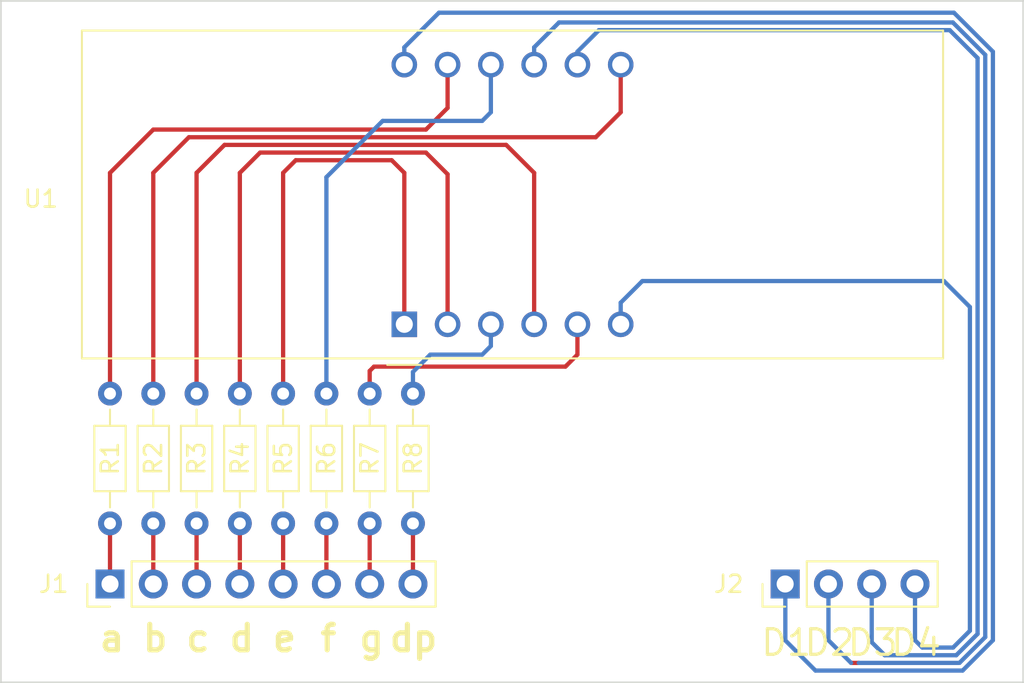
<source format=kicad_pcb>
(kicad_pcb (version 20221018) (generator pcbnew)
  (layers (0 "F.Cu" signal) (31 "B.Cu" signal) (34 "B.Paste" user) (35 "F.Paste" user) (36 "B.SilkS" user "B.Silkscreen") (37 "F.SilkS" user "F.Silkscreen") (38 "B.Mask" user) (39 "F.Mask" user) (44 "Edge.Cuts" user))
  (net 0 "")
  (net 1 "/Data0")
  (net 2 "/Data1")
  (net 3 "/Data2")
  (net 4 "/Data3")
  (net 5 "/Data4")
  (net 6 "/Data5")
  (net 7 "/Data6")
  (net 8 "/Data7")
  (net 9 "Net-(J2-Pin_1)")
  (net 10 "Net-(J2-Pin_2)")
  (net 11 "Net-(J2-Pin_3)")
  (net 12 "Net-(J2-Pin_4)")
  (footprint "Resistor_THT:R_Axial_DIN0204_L3.6mm_D1.6mm_P7.62mm_Horizontal" (layer "F.Cu") (at 108.458 89.154 -90)
    (fp_text reference "R3" (at 3.81 0 -90) (layer "F.SilkS"))
    (fp_text value "300R")
    (fp_line (start 0.94 0) (end 1.89 0) (stroke (width 0.12)) (layer "F.SilkS"))
    (fp_line (start 1.89 -0.92) (end 1.89 0.92) (stroke (width 0.12)) (layer "F.SilkS"))
    (fp_line (start 1.89 0.92) (end 5.73 0.92) (stroke (width 0.12)) (layer "F.SilkS"))
    (fp_line (start 5.73 -0.92) (end 1.89 -0.92) (stroke (width 0.12)) (layer "F.SilkS"))
    (fp_line (start 5.73 0.92) (end 5.73 -0.92) (stroke (width 0.12)) (layer "F.SilkS"))
    (fp_line (start 6.68 0) (end 5.73 0) (stroke (width 0.12)) (layer "F.SilkS"))
    (pad "1" thru_hole circle (at 0 0 270) (size 1.4 1.4) (drill 0.7) (layers "*.Cu" "*.Mask") (net 3 "/Data2"))
    (pad "2" thru_hole oval (at 7.62 0 270) (size 1.4 1.4) (drill 0.7) (layers "*.Cu" "*.Mask") (net 3 "/Data2"))
  )
  (footprint "Resistor_THT:R_Axial_DIN0204_L3.6mm_D1.6mm_P7.62mm_Horizontal" (layer "F.Cu") (at 116.078 89.154 -90)
    (fp_text reference "R6" (at 3.81 0 -90) (layer "F.SilkS"))
    (fp_text value "300R")
    (fp_line (start 0.94 0) (end 1.89 0) (stroke (width 0.12)) (layer "F.SilkS"))
    (fp_line (start 1.89 -0.92) (end 1.89 0.92) (stroke (width 0.12)) (layer "F.SilkS"))
    (fp_line (start 1.89 0.92) (end 5.73 0.92) (stroke (width 0.12)) (layer "F.SilkS"))
    (fp_line (start 5.73 -0.92) (end 1.89 -0.92) (stroke (width 0.12)) (layer "F.SilkS"))
    (fp_line (start 5.73 0.92) (end 5.73 -0.92) (stroke (width 0.12)) (layer "F.SilkS"))
    (fp_line (start 6.68 0) (end 5.73 0) (stroke (width 0.12)) (layer "F.SilkS"))
    (pad "1" thru_hole circle (at 0 0 270) (size 1.4 1.4) (drill 0.7) (layers "*.Cu" "*.Mask") (net 6 "/Data5"))
    (pad "2" thru_hole oval (at 7.62 0 270) (size 1.4 1.4) (drill 0.7) (layers "*.Cu" "*.Mask") (net 6 "/Data5"))
  )
  (footprint "Resistor_THT:R_Axial_DIN0204_L3.6mm_D1.6mm_P7.62mm_Horizontal" (layer "F.Cu") (at 105.918 89.154 -90)
    (fp_text reference "R2" (at 3.81 0 -90) (layer "F.SilkS"))
    (fp_text value "300R")
    (fp_line (start 0.94 0) (end 1.89 0) (stroke (width 0.12)) (layer "F.SilkS"))
    (fp_line (start 1.89 -0.92) (end 1.89 0.92) (stroke (width 0.12)) (layer "F.SilkS"))
    (fp_line (start 1.89 0.92) (end 5.73 0.92) (stroke (width 0.12)) (layer "F.SilkS"))
    (fp_line (start 5.73 -0.92) (end 1.89 -0.92) (stroke (width 0.12)) (layer "F.SilkS"))
    (fp_line (start 5.73 0.92) (end 5.73 -0.92) (stroke (width 0.12)) (layer "F.SilkS"))
    (fp_line (start 6.68 0) (end 5.73 0) (stroke (width 0.12)) (layer "F.SilkS"))
    (pad "1" thru_hole circle (at 0 0 270) (size 1.4 1.4) (drill 0.7) (layers "*.Cu" "*.Mask") (net 2 "/Data1"))
    (pad "2" thru_hole oval (at 7.62 0 270) (size 1.4 1.4) (drill 0.7) (layers "*.Cu" "*.Mask") (net 2 "/Data1"))
  )
  (footprint "Resistor_THT:R_Axial_DIN0204_L3.6mm_D1.6mm_P7.62mm_Horizontal" (layer "F.Cu") (at 103.378 89.154 -90)
    (fp_text reference "R1" (at 3.81 0 -90) (layer "F.SilkS"))
    (fp_text value "300R")
    (fp_line (start 0.94 0) (end 1.89 0) (stroke (width 0.12)) (layer "F.SilkS"))
    (fp_line (start 1.89 -0.92) (end 1.89 0.92) (stroke (width 0.12)) (layer "F.SilkS"))
    (fp_line (start 1.89 0.92) (end 5.73 0.92) (stroke (width 0.12)) (layer "F.SilkS"))
    (fp_line (start 5.73 -0.92) (end 1.89 -0.92) (stroke (width 0.12)) (layer "F.SilkS"))
    (fp_line (start 5.73 0.92) (end 5.73 -0.92) (stroke (width 0.12)) (layer "F.SilkS"))
    (fp_line (start 6.68 0) (end 5.73 0) (stroke (width 0.12)) (layer "F.SilkS"))
    (pad "1" thru_hole circle (at 0 0 270) (size 1.4 1.4) (drill 0.7) (layers "*.Cu" "*.Mask") (net 1 "/Data0"))
    (pad "2" thru_hole oval (at 7.62 0 270) (size 1.4 1.4) (drill 0.7) (layers "*.Cu" "*.Mask") (net 1 "/Data0"))
  )
  (footprint "Resistor_THT:R_Axial_DIN0204_L3.6mm_D1.6mm_P7.62mm_Horizontal" (layer "F.Cu") (at 110.998 89.154 -90)
    (fp_text reference "R4" (at 3.81 0 -90) (layer "F.SilkS"))
    (fp_text value "300R")
    (fp_line (start 0.94 0) (end 1.89 0) (stroke (width 0.12)) (layer "F.SilkS"))
    (fp_line (start 1.89 -0.92) (end 1.89 0.92) (stroke (width 0.12)) (layer "F.SilkS"))
    (fp_line (start 1.89 0.92) (end 5.73 0.92) (stroke (width 0.12)) (layer "F.SilkS"))
    (fp_line (start 5.73 -0.92) (end 1.89 -0.92) (stroke (width 0.12)) (layer "F.SilkS"))
    (fp_line (start 5.73 0.92) (end 5.73 -0.92) (stroke (width 0.12)) (layer "F.SilkS"))
    (fp_line (start 6.68 0) (end 5.73 0) (stroke (width 0.12)) (layer "F.SilkS"))
    (pad "1" thru_hole circle (at 0 0 270) (size 1.4 1.4) (drill 0.7) (layers "*.Cu" "*.Mask") (net 4 "/Data3"))
    (pad "2" thru_hole oval (at 7.62 0 270) (size 1.4 1.4) (drill 0.7) (layers "*.Cu" "*.Mask") (net 4 "/Data3"))
  )
  (footprint "Resistor_THT:R_Axial_DIN0204_L3.6mm_D1.6mm_P7.62mm_Horizontal" (layer "F.Cu") (at 118.618 89.154 -90)
    (fp_text reference "R7" (at 3.81 0 -90) (layer "F.SilkS"))
    (fp_text value "300R")
    (fp_line (start 0.94 0) (end 1.89 0) (stroke (width 0.12)) (layer "F.SilkS"))
    (fp_line (start 1.89 -0.92) (end 1.89 0.92) (stroke (width 0.12)) (layer "F.SilkS"))
    (fp_line (start 1.89 0.92) (end 5.73 0.92) (stroke (width 0.12)) (layer "F.SilkS"))
    (fp_line (start 5.73 -0.92) (end 1.89 -0.92) (stroke (width 0.12)) (layer "F.SilkS"))
    (fp_line (start 5.73 0.92) (end 5.73 -0.92) (stroke (width 0.12)) (layer "F.SilkS"))
    (fp_line (start 6.68 0) (end 5.73 0) (stroke (width 0.12)) (layer "F.SilkS"))
    (pad "1" thru_hole circle (at 0 0 270) (size 1.4 1.4) (drill 0.7) (layers "*.Cu" "*.Mask") (net 7 "/Data6"))
    (pad "2" thru_hole oval (at 7.62 0 270) (size 1.4 1.4) (drill 0.7) (layers "*.Cu" "*.Mask") (net 7 "/Data6"))
  )
  (footprint "Display_7Segment:CA56-12EWA" (layer "F.Cu") (at 120.65 85.09 90)
    (fp_text reference "U1" (at 7.366 -21.336) (layer "F.SilkS"))
    (fp_text value "CC56-12EWA")
    (fp_line (start -2.38 -1) (end -2.38 1) (stroke (width 0.12)) (layer "F.SilkS"))
    (fp_line (start -2 -18.92) (end -2 31.62) (stroke (width 0.12)) (layer "F.SilkS"))
    (fp_line (start -2 -18.92) (end 17.24 -18.92) (stroke (width 0.12)) (layer "F.SilkS"))
    (fp_line (start -2 31.62) (end 17.24 31.62) (stroke (width 0.12)) (layer "F.SilkS"))
    (fp_line (start 17.24 31.62) (end 17.24 -18.92) (stroke (width 0.12)) (layer "F.SilkS"))
    (pad "1" thru_hole rect (at 0 0 90) (size 1.5 1.5) (drill 1) (layers "*.Cu" "*.Mask") (net 5 "/Data4"))
    (pad "2" thru_hole circle (at 0 2.54 90) (size 1.5 1.5) (drill 1) (layers "*.Cu" "*.Mask") (net 4 "/Data3"))
    (pad "3" thru_hole circle (at 0 5.08 90) (size 1.5 1.5) (drill 1) (layers "*.Cu" "*.Mask") (net 8 "/Data7"))
    (pad "4" thru_hole circle (at 0 7.62 90) (size 1.5 1.5) (drill 1) (layers "*.Cu" "*.Mask") (net 3 "/Data2"))
    (pad "5" thru_hole circle (at 0 10.16 90) (size 1.5 1.5) (drill 1) (layers "*.Cu" "*.Mask") (net 7 "/Data6"))
    (pad "6" thru_hole circle (at 0 12.7 90) (size 1.5 1.5) (drill 1) (layers "*.Cu" "*.Mask") (net 12 "Net-(J2-Pin_4)"))
    (pad "7" thru_hole circle (at 15.24 12.7 90) (size 1.5 1.5) (drill 1) (layers "*.Cu" "*.Mask") (net 2 "/Data1"))
    (pad "8" thru_hole circle (at 15.24 10.16 90) (size 1.5 1.5) (drill 1) (layers "*.Cu" "*.Mask") (net 11 "Net-(J2-Pin_3)"))
    (pad "9" thru_hole circle (at 15.24 7.62 90) (size 1.5 1.5) (drill 1) (layers "*.Cu" "*.Mask") (net 10 "Net-(J2-Pin_2)"))
    (pad "10" thru_hole circle (at 15.24 5.08 90) (size 1.5 1.5) (drill 1) (layers "*.Cu" "*.Mask") (net 6 "/Data5"))
    (pad "11" thru_hole circle (at 15.24 2.54 90) (size 1.5 1.5) (drill 1) (layers "*.Cu" "*.Mask") (net 1 "/Data0"))
    (pad "12" thru_hole circle (at 15.24 0 90) (size 1.5 1.5) (drill 1) (layers "*.Cu" "*.Mask") (net 9 "Net-(J2-Pin_1)"))
  )
  (footprint "Connector_PinHeader_2.54mm:PinHeader_1x08_P2.54mm_Vertical" (layer "F.Cu") (at 103.378 100.33 90)
    (fp_text reference "J1" (at 0 -3.302) (layer "F.SilkS"))
    (fp_text value "Conn_01x08_Pin")
    (fp_line (start -1.33 -1.33) (end 0 -1.33) (stroke (width 0.12)) (layer "F.SilkS"))
    (fp_line (start -1.33 0) (end -1.33 -1.33) (stroke (width 0.12)) (layer "F.SilkS"))
    (fp_line (start -1.33 1.27) (end -1.33 19.11) (stroke (width 0.12)) (layer "F.SilkS"))
    (fp_line (start -1.33 1.27) (end 1.33 1.27) (stroke (width 0.12)) (layer "F.SilkS"))
    (fp_line (start -1.33 19.11) (end 1.33 19.11) (stroke (width 0.12)) (layer "F.SilkS"))
    (fp_line (start 1.33 1.27) (end 1.33 19.11) (stroke (width 0.12)) (layer "F.SilkS"))
    (pad "1" thru_hole rect (at 0 0 90) (size 1.7 1.7) (drill 1) (layers "*.Cu" "*.Mask") (net 1 "/Data0"))
    (pad "2" thru_hole oval (at 0 2.54 90) (size 1.7 1.7) (drill 1) (layers "*.Cu" "*.Mask") (net 2 "/Data1"))
    (pad "3" thru_hole oval (at 0 5.08 90) (size 1.7 1.7) (drill 1) (layers "*.Cu" "*.Mask") (net 3 "/Data2"))
    (pad "4" thru_hole oval (at 0 7.62 90) (size 1.7 1.7) (drill 1) (layers "*.Cu" "*.Mask") (net 4 "/Data3"))
    (pad "5" thru_hole oval (at 0 10.16 90) (size 1.7 1.7) (drill 1) (layers "*.Cu" "*.Mask") (net 5 "/Data4"))
    (pad "6" thru_hole oval (at 0 12.7 90) (size 1.7 1.7) (drill 1) (layers "*.Cu" "*.Mask") (net 6 "/Data5"))
    (pad "7" thru_hole oval (at 0 15.24 90) (size 1.7 1.7) (drill 1) (layers "*.Cu" "*.Mask") (net 7 "/Data6"))
    (pad "8" thru_hole oval (at 0 17.78 90) (size 1.7 1.7) (drill 1) (layers "*.Cu" "*.Mask") (net 8 "/Data7"))
  )
  (footprint "Resistor_THT:R_Axial_DIN0204_L3.6mm_D1.6mm_P7.62mm_Horizontal" (layer "F.Cu") (at 121.158 89.154 -90)
    (fp_text reference "R8" (at 3.81 0 -90) (layer "F.SilkS"))
    (fp_text value "300R")
    (fp_line (start 0.94 0) (end 1.89 0) (stroke (width 0.12)) (layer "F.SilkS"))
    (fp_line (start 1.89 -0.92) (end 1.89 0.92) (stroke (width 0.12)) (layer "F.SilkS"))
    (fp_line (start 1.89 0.92) (end 5.73 0.92) (stroke (width 0.12)) (layer "F.SilkS"))
    (fp_line (start 5.73 -0.92) (end 1.89 -0.92) (stroke (width 0.12)) (layer "F.SilkS"))
    (fp_line (start 5.73 0.92) (end 5.73 -0.92) (stroke (width 0.12)) (layer "F.SilkS"))
    (fp_line (start 6.68 0) (end 5.73 0) (stroke (width 0.12)) (layer "F.SilkS"))
    (pad "1" thru_hole circle (at 0 0 270) (size 1.4 1.4) (drill 0.7) (layers "*.Cu" "*.Mask") (net 8 "/Data7"))
    (pad "2" thru_hole oval (at 7.62 0 270) (size 1.4 1.4) (drill 0.7) (layers "*.Cu" "*.Mask") (net 8 "/Data7"))
  )
  (footprint "Resistor_THT:R_Axial_DIN0204_L3.6mm_D1.6mm_P7.62mm_Horizontal" (layer "F.Cu") (at 113.538 89.154 -90)
    (fp_text reference "R5" (at 3.81 0 -90) (layer "F.SilkS"))
    (fp_text value "300R")
    (fp_line (start 0.94 0) (end 1.89 0) (stroke (width 0.12)) (layer "F.SilkS"))
    (fp_line (start 1.89 -0.92) (end 1.89 0.92) (stroke (width 0.12)) (layer "F.SilkS"))
    (fp_line (start 1.89 0.92) (end 5.73 0.92) (stroke (width 0.12)) (layer "F.SilkS"))
    (fp_line (start 5.73 -0.92) (end 1.89 -0.92) (stroke (width 0.12)) (layer "F.SilkS"))
    (fp_line (start 5.73 0.92) (end 5.73 -0.92) (stroke (width 0.12)) (layer "F.SilkS"))
    (fp_line (start 6.68 0) (end 5.73 0) (stroke (width 0.12)) (layer "F.SilkS"))
    (pad "1" thru_hole circle (at 0 0 270) (size 1.4 1.4) (drill 0.7) (layers "*.Cu" "*.Mask") (net 5 "/Data4"))
    (pad "2" thru_hole oval (at 7.62 0 270) (size 1.4 1.4) (drill 0.7) (layers "*.Cu" "*.Mask") (net 5 "/Data4"))
  )
  (footprint "Connector_PinHeader_2.54mm:PinHeader_1x04_P2.54mm_Vertical" (layer "F.Cu") (at 143.002 100.33 90)
    (fp_text reference "J2" (at 0 -3.312) (layer "F.SilkS"))
    (fp_text value "Conn_01x04_Pin")
    (fp_line (start -1.33 -1.33) (end 0 -1.33) (stroke (width 0.12)) (layer "F.SilkS"))
    (fp_line (start -1.33 0) (end -1.33 -1.33) (stroke (width 0.12)) (layer "F.SilkS"))
    (fp_line (start -1.33 1.27) (end -1.33 8.95) (stroke (width 0.12)) (layer "F.SilkS"))
    (fp_line (start -1.33 1.27) (end 1.33 1.27) (stroke (width 0.12)) (layer "F.SilkS"))
    (fp_line (start -1.33 8.95) (end 1.33 8.95) (stroke (width 0.12)) (layer "F.SilkS"))
    (fp_line (start 1.33 1.27) (end 1.33 8.95) (stroke (width 0.12)) (layer "F.SilkS"))
    (pad "1" thru_hole rect (at 0 0 90) (size 1.7 1.7) (drill 1) (layers "*.Cu" "*.Mask") (net 9 "Net-(J2-Pin_1)"))
    (pad "2" thru_hole oval (at 0 2.54 90) (size 1.7 1.7) (drill 1) (layers "*.Cu" "*.Mask") (net 10 "Net-(J2-Pin_2)"))
    (pad "3" thru_hole oval (at 0 5.08 90) (size 1.7 1.7) (drill 1) (layers "*.Cu" "*.Mask") (net 11 "Net-(J2-Pin_3)"))
    (pad "4" thru_hole oval (at 0 7.62 90) (size 1.7 1.7) (drill 1) (layers "*.Cu" "*.Mask") (net 12 "Net-(J2-Pin_4)"))
  )
  (gr_rect (start 96.972 66.106) (end 156.972 106.106) (stroke (width 0.1)) (fill none) (layer "Edge.Cuts"))
  (gr_text "a" (at 102.616 104.394) (layer "F.SilkS") (effects (font (size 1.5 1.5) (thickness 0.3) bold) (justify left bottom)))
  (gr_text "e" (at 112.776 104.394) (layer "F.SilkS") (effects (font (size 1.5 1.5) (thickness 0.3) bold) (justify left bottom)))
  (gr_text "D3" (at 146.558 104.648) (layer "F.SilkS") (effects (font (size 1.5 1.5) (thickness 0.1875)) (justify left bottom)))
  (gr_text "d" (at 110.236 104.394) (layer "F.SilkS") (effects (font (size 1.5 1.5) (thickness 0.3) bold) (justify left bottom)))
  (gr_text "g" (at 117.856 104.394) (layer "F.SilkS") (effects (font (size 1.5 1.5) (thickness 0.3) bold) (justify left bottom)))
  (gr_text "D1" (at 141.478 104.648) (layer "F.SilkS") (effects (font (size 1.5 1.5) (thickness 0.1875)) (justify left bottom)))
  (gr_text "c" (at 107.696 104.394) (layer "F.SilkS") (effects (font (size 1.5 1.5) (thickness 0.3) bold) (justify left bottom)))
  (gr_text "dp" (at 119.634 104.394) (layer "F.SilkS") (effects (font (size 1.5 1.5) (thickness 0.3) bold) (justify left bottom)))
  (gr_text "f" (at 115.57 104.394) (layer "F.SilkS") (effects (font (size 1.5 1.5) (thickness 0.3) bold) (justify left bottom)))
  (gr_text "D2" (at 144.018 104.648) (layer "F.SilkS") (effects (font (size 1.5 1.5) (thickness 0.1875)) (justify left bottom)))
  (gr_text "D4" (at 149.098 104.648) (layer "F.SilkS") (effects (font (size 1.5 1.5) (thickness 0.1875)) (justify left bottom)))
  (gr_text "b" (at 105.156 104.394) (layer "F.SilkS") (effects (font (size 1.5 1.5) (thickness 0.3) bold) (justify left bottom)))
  (segment (start 103.378 76.2) (end 103.378 89.154) (width 0.25) (layer "F.Cu") (net 1))
  (segment (start 103.378 96.774) (end 103.378 100.33) (width 0.25) (layer "F.Cu") (net 1))
  (segment (start 105.918 73.66) (end 121.92 73.66) (width 0.25) (layer "F.Cu") (net 1))
  (segment (start 103.378 76.2) (end 105.918 73.66) (width 0.25) (layer "F.Cu") (net 1))
  (segment (start 123.19 72.39) (end 123.19 69.85) (width 0.25) (layer "F.Cu") (net 1))
  (segment (start 121.92 73.66) (end 123.19 72.39) (width 0.25) (layer "F.Cu") (net 1))
  (segment (start 133.35 72.644) (end 133.35 69.85) (width 0.25) (layer "F.Cu") (net 2))
  (segment (start 131.884 74.11) (end 133.35 72.644) (width 0.25) (layer "F.Cu") (net 2))
  (segment (start 105.918 96.774) (end 105.918 100.33) (width 0.25) (layer "F.Cu") (net 2))
  (segment (start 105.918 76.2) (end 108.008 74.11) (width 0.25) (layer "F.Cu") (net 2))
  (segment (start 108.008 74.11) (end 131.884 74.11) (width 0.25) (layer "F.Cu") (net 2))
  (segment (start 105.918 76.2) (end 105.918 89.154) (width 0.25) (layer "F.Cu") (net 2))
  (segment (start 126.63 74.56) (end 128.27 76.2) (width 0.25) (layer "F.Cu") (net 3))
  (segment (start 128.27 76.2) (end 128.27 85.09) (width 0.25) (layer "F.Cu") (net 3))
  (segment (start 108.458 76.2) (end 108.458 89.154) (width 0.25) (layer "F.Cu") (net 3))
  (segment (start 108.458 76.2) (end 110.098 74.56) (width 0.25) (layer "F.Cu") (net 3))
  (segment (start 110.098 74.56) (end 126.63 74.56) (width 0.25) (layer "F.Cu") (net 3))
  (segment (start 108.458 96.774) (end 108.458 100.33) (width 0.25) (layer "F.Cu") (net 3))
  (segment (start 121.92 75.01) (end 123.19 76.28) (width 0.25) (layer "F.Cu") (net 4))
  (segment (start 110.998 96.774) (end 110.998 100.33) (width 0.25) (layer "F.Cu") (net 4))
  (segment (start 110.998 76.2) (end 112.188 75.01) (width 0.25) (layer "F.Cu") (net 4))
  (segment (start 110.998 76.2) (end 110.998 89.154) (width 0.25) (layer "F.Cu") (net 4))
  (segment (start 112.188 75.01) (end 121.92 75.01) (width 0.25) (layer "F.Cu") (net 4))
  (segment (start 123.19 76.28) (end 123.19 85.09) (width 0.25) (layer "F.Cu") (net 4))
  (segment (start 114.278 75.46) (end 113.538 76.2) (width 0.25) (layer "F.Cu") (net 5))
  (segment (start 113.538 96.774) (end 113.538 100.33) (width 0.25) (layer "F.Cu") (net 5))
  (segment (start 120.65 76.2) (end 120.65 85.09) (width 0.25) (layer "F.Cu") (net 5))
  (segment (start 113.538 76.2) (end 113.538 89.154) (width 0.25) (layer "F.Cu") (net 5))
  (segment (start 119.91 75.46) (end 114.278 75.46) (width 0.25) (layer "F.Cu") (net 5))
  (segment (start 120.65 76.2) (end 119.91 75.46) (width 0.25) (layer "F.Cu") (net 5))
  (segment (start 116.078 96.774) (end 116.078 100.33) (width 0.25) (layer "F.Cu") (net 6))
  (segment (start 116.078 76.454) (end 119.38 73.152) (width 0.25) (layer "B.Cu") (net 6))
  (segment (start 125.73 72.644) (end 125.73 69.85) (width 0.25) (layer "B.Cu") (net 6))
  (segment (start 125.222 73.152) (end 125.73 72.644) (width 0.25) (layer "B.Cu") (net 6))
  (segment (start 119.38 73.152) (end 125.222 73.152) (width 0.25) (layer "B.Cu") (net 6))
  (segment (start 116.078 89.154) (end 116.078 76.454) (width 0.25) (layer "B.Cu") (net 6))
  (segment (start 130.175 87.503) (end 130.81 86.868) (width 0.25) (layer "F.Cu") (net 7))
  (segment (start 130.81 86.868) (end 130.81 85.09) (width 0.25) (layer "F.Cu") (net 7))
  (segment (start 130.106 87.572) (end 130.175 87.503) (width 0.25) (layer "F.Cu") (net 7))
  (segment (start 118.618 87.826) (end 118.872 87.572) (width 0.25) (layer "F.Cu") (net 7))
  (segment (start 118.618 96.774) (end 118.618 100.33) (width 0.25) (layer "F.Cu") (net 7))
  (segment (start 118.618 89.154) (end 118.618 87.826) (width 0.25) (layer "F.Cu") (net 7))
  (segment (start 118.872 87.572) (end 130.106 87.572) (width 0.25) (layer "F.Cu") (net 7))
  (segment (start 121.158 96.774) (end 121.158 100.33) (width 0.25) (layer "F.Cu") (net 8))
  (segment (start 122.174 86.868) (end 125.222 86.868) (width 0.25) (layer "B.Cu") (net 8))
  (segment (start 125.222 86.868) (end 125.73 86.36) (width 0.25) (layer "B.Cu") (net 8))
  (segment (start 121.158 89.154) (end 121.158 87.884) (width 0.25) (layer "B.Cu") (net 8))
  (segment (start 121.158 87.884) (end 122.174 86.868) (width 0.25) (layer "B.Cu") (net 8))
  (segment (start 125.73 86.36) (end 125.73 85.09) (width 0.25) (layer "B.Cu") (net 8))
  (segment (start 143.012 103.622) (end 143.002 103.632) (width 0.25) (layer "F.Cu") (net 9))
  (segment (start 153.416 105.41) (end 155.194 103.632) (width 0.25) (layer "B.Cu") (net 9))
  (segment (start 152.908 66.802) (end 122.682 66.802) (width 0.25) (layer "B.Cu") (net 9))
  (segment (start 122.682 66.802) (end 120.65 68.834) (width 0.25) (layer "B.Cu") (net 9))
  (segment (start 155.194 103.632) (end 155.194 69.088) (width 0.25) (layer "B.Cu") (net 9))
  (segment (start 143.002 103.632) (end 144.78 105.41) (width 0.25) (layer "B.Cu") (net 9))
  (segment (start 155.194 69.088) (end 152.908 66.802) (width 0.25) (layer "B.Cu") (net 9))
  (segment (start 143.012 100.584) (end 143.012 103.622) (width 0.25) (layer "B.Cu") (net 9))
  (segment (start 144.78 105.41) (end 153.416 105.41) (width 0.25) (layer "B.Cu") (net 9))
  (segment (start 120.65 68.834) (end 120.65 69.85) (width 0.25) (layer "B.Cu") (net 9))
  (segment (start 146.87 104.96) (end 147.32 104.96) (width 0.25) (layer "F.Cu") (net 10))
  (segment (start 152.843802 67.374198) (end 129.729802 67.374198) (width 0.25) (layer "B.Cu") (net 10))
  (segment (start 154.744 103.445604) (end 154.744 69.274396) (width 0.25) (layer "B.Cu") (net 10))
  (segment (start 154.744 69.274396) (end 152.843802 67.374198) (width 0.25) (layer "B.Cu") (net 10))
  (segment (start 128.27 68.834) (end 128.27 69.85) (width 0.25) (layer "B.Cu") (net 10))
  (segment (start 153.229604 104.96) (end 154.744 103.445604) (width 0.25) (layer "B.Cu") (net 10))
  (segment (start 147.32 104.96) (end 153.229604 104.96) (width 0.25) (layer "B.Cu") (net 10))
  (segment (start 145.542 103.632) (end 146.87 104.96) (width 0.25) (layer "B.Cu") (net 10))
  (segment (start 129.729802 67.374198) (end 128.27 68.834) (width 0.25) (layer "B.Cu") (net 10))
  (segment (start 145.542 100.33) (end 145.542 103.632) (width 0.25) (layer "B.Cu") (net 10))
  (segment (start 154.294 103.259208) (end 153.043208 104.51) (width 0.25) (layer "B.Cu") (net 11))
  (segment (start 154.294 69.460792) (end 154.294 103.259208) (width 0.25) (layer "B.Cu") (net 11))
  (segment (start 148.082 100.33) (end 148.082 103.748) (width 0.25) (layer "B.Cu") (net 11))
  (segment (start 148.082 103.748) (end 148.844 104.51) (width 0.25) (layer "B.Cu") (net 11))
  (segment (start 152.657406 67.824198) (end 154.294 69.460792) (width 0.25) (layer "B.Cu") (net 11))
  (segment (start 132.073802 67.824198) (end 152.657406 67.824198) (width 0.25) (layer "B.Cu") (net 11))
  (segment (start 130.81 69.088) (end 132.073802 67.824198) (width 0.25) (layer "B.Cu") (net 11))
  (segment (start 153.043208 104.51) (end 148.844 104.51) (width 0.25) (layer "B.Cu") (net 11))
  (segment (start 130.81 69.85) (end 130.81 69.088) (width 0.25) (layer "B.Cu") (net 11))
  (segment (start 134.62 82.55) (end 133.35 83.82) (width 0.25) (layer "B.Cu") (net 12))
  (segment (start 152.32 82.55) (end 134.62 82.55) (width 0.25) (layer "B.Cu") (net 12))
  (segment (start 150.622 103.632) (end 151.05 104.06) (width 0.25) (layer "B.Cu") (net 12))
  (segment (start 150.622 100.33) (end 150.622 103.632) (width 0.25) (layer "B.Cu") (net 12))
  (segment (start 153.844 103.072812) (end 153.844 84.074) (width 0.25) (layer "B.Cu") (net 12))
  (segment (start 133.35 83.82) (end 133.35 85.09) (width 0.25) (layer "B.Cu") (net 12))
  (segment (start 152.856812 104.06) (end 153.844 103.072812) (width 0.25) (layer "B.Cu") (net 12))
  (segment (start 153.844 84.074) (end 152.32 82.55) (width 0.25) (layer "B.Cu") (net 12))
  (segment (start 151.05 104.06) (end 152.856812 104.06) (width 0.25) (layer "B.Cu") (net 12))
)
</source>
